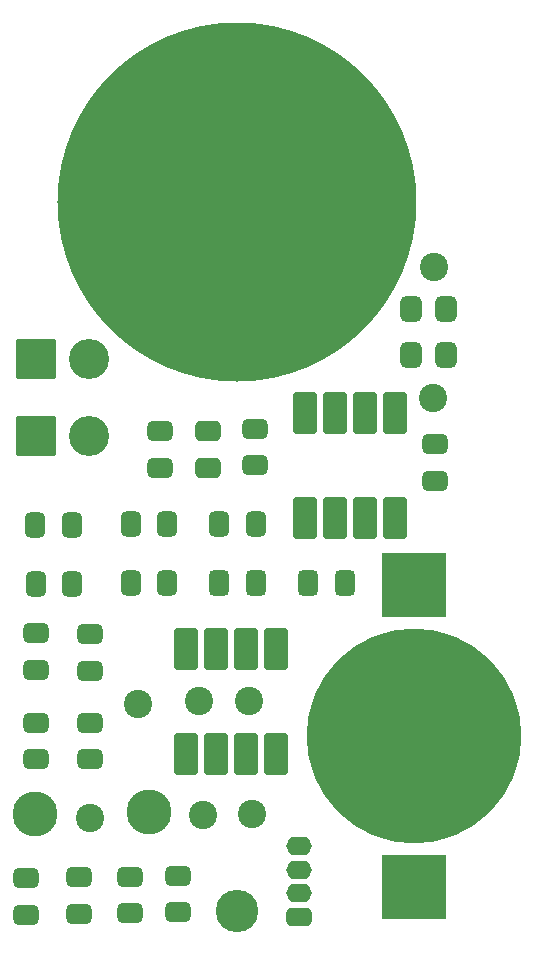
<source format=gbr>
G04 #@! TF.GenerationSoftware,KiCad,Pcbnew,7.0.0-da2b9df05c~163~ubuntu22.04.1*
G04 #@! TF.CreationDate,2023-03-30T16:17:32+09:00*
G04 #@! TF.ProjectId,staticdetector,73746174-6963-4646-9574-6563746f722e,rev?*
G04 #@! TF.SameCoordinates,Original*
G04 #@! TF.FileFunction,Soldermask,Top*
G04 #@! TF.FilePolarity,Negative*
%FSLAX46Y46*%
G04 Gerber Fmt 4.6, Leading zero omitted, Abs format (unit mm)*
G04 Created by KiCad (PCBNEW 7.0.0-da2b9df05c~163~ubuntu22.04.1) date 2023-03-30 16:17:32*
%MOMM*%
%LPD*%
G01*
G04 APERTURE LIST*
G04 Aperture macros list*
%AMRoundRect*
0 Rectangle with rounded corners*
0 $1 Rounding radius*
0 $2 $3 $4 $5 $6 $7 $8 $9 X,Y pos of 4 corners*
0 Add a 4 corners polygon primitive as box body*
4,1,4,$2,$3,$4,$5,$6,$7,$8,$9,$2,$3,0*
0 Add four circle primitives for the rounded corners*
1,1,$1+$1,$2,$3*
1,1,$1+$1,$4,$5*
1,1,$1+$1,$6,$7*
1,1,$1+$1,$8,$9*
0 Add four rect primitives between the rounded corners*
20,1,$1+$1,$2,$3,$4,$5,0*
20,1,$1+$1,$4,$5,$6,$7,0*
20,1,$1+$1,$6,$7,$8,$9,0*
20,1,$1+$1,$8,$9,$2,$3,0*%
G04 Aperture macros list end*
%ADD10RoundRect,0.450000X0.625000X-0.400000X0.625000X0.400000X-0.625000X0.400000X-0.625000X-0.400000X0*%
%ADD11RoundRect,0.450001X-0.462499X-0.624999X0.462499X-0.624999X0.462499X0.624999X-0.462499X0.624999X0*%
%ADD12C,3.800000*%
%ADD13RoundRect,0.450000X0.412500X0.650000X-0.412500X0.650000X-0.412500X-0.650000X0.412500X-0.650000X0*%
%ADD14RoundRect,0.450000X-0.412500X-0.650000X0.412500X-0.650000X0.412500X0.650000X-0.412500X0.650000X0*%
%ADD15RoundRect,0.450000X-0.400000X-0.625000X0.400000X-0.625000X0.400000X0.625000X-0.400000X0.625000X0*%
%ADD16C,30.400000*%
%ADD17RoundRect,0.200000X-0.800000X1.550000X-0.800000X-1.550000X0.800000X-1.550000X0.800000X1.550000X0*%
%ADD18C,2.400000*%
%ADD19RoundRect,0.450000X-0.625000X0.400000X-0.625000X-0.400000X0.625000X-0.400000X0.625000X0.400000X0*%
%ADD20RoundRect,0.200000X-2.550000X2.550000X-2.550000X-2.550000X2.550000X-2.550000X2.550000X2.550000X0*%
%ADD21C,18.200000*%
%ADD22RoundRect,0.450000X-0.650000X0.412500X-0.650000X-0.412500X0.650000X-0.412500X0.650000X0.412500X0*%
%ADD23C,3.400000*%
%ADD24RoundRect,0.200000X-1.500000X-1.500000X1.500000X-1.500000X1.500000X1.500000X-1.500000X1.500000X0*%
%ADD25RoundRect,0.450000X0.400000X0.625000X-0.400000X0.625000X-0.400000X-0.625000X0.400000X-0.625000X0*%
%ADD26C,3.600000*%
%ADD27O,2.150000X1.600000*%
%ADD28RoundRect,0.450000X0.625000X-0.350000X0.625000X0.350000X-0.625000X0.350000X-0.625000X-0.350000X0*%
G04 APERTURE END LIST*
D10*
X125000000Y-117600000D03*
X125000000Y-114500000D03*
D11*
X144712500Y-70400000D03*
X147687500Y-70400000D03*
D12*
X112900000Y-109300000D03*
D13*
X139125000Y-89750000D03*
X136000000Y-89750000D03*
D12*
X122500000Y-109100000D03*
D14*
X128500000Y-89750000D03*
X131625000Y-89750000D03*
D15*
X121000000Y-84750000D03*
X124100000Y-84750000D03*
D16*
X130000000Y-57500000D03*
D10*
X117500000Y-97150000D03*
X117500000Y-94050000D03*
X146750000Y-81100000D03*
X146750000Y-78000000D03*
X112100000Y-117800000D03*
X112100000Y-114700000D03*
D17*
X133310000Y-95305000D03*
X130770000Y-95305000D03*
X128230000Y-95305000D03*
X125690000Y-95305000D03*
X125690000Y-104195000D03*
X128230000Y-104195000D03*
X130770000Y-104195000D03*
X133310000Y-104195000D03*
D18*
X126750000Y-99750000D03*
D19*
X113000000Y-101550000D03*
X113000000Y-104650000D03*
D10*
X117500000Y-104650000D03*
X117500000Y-101550000D03*
D19*
X131500000Y-76650000D03*
X131500000Y-79750000D03*
D18*
X121600000Y-100000000D03*
X131000000Y-99750000D03*
X146600000Y-74100000D03*
X146650000Y-62950000D03*
D17*
X143370000Y-75360000D03*
X140830000Y-75360000D03*
X138290000Y-75360000D03*
X135750000Y-75360000D03*
X135750000Y-84250000D03*
X138290000Y-84250000D03*
X140830000Y-84250000D03*
X143370000Y-84250000D03*
D19*
X123500000Y-76900000D03*
X123500000Y-80000000D03*
D20*
X145000000Y-89900000D03*
X145000000Y-115500000D03*
D21*
X145000000Y-102700000D03*
D18*
X131300000Y-109300000D03*
D22*
X127500000Y-76875000D03*
X127500000Y-80000000D03*
D23*
X117450000Y-70750000D03*
X117450000Y-77250000D03*
D24*
X112950000Y-70750000D03*
X112950000Y-77250000D03*
D18*
X117500000Y-109600000D03*
D25*
X128500000Y-84750000D03*
X131600000Y-84750000D03*
D18*
X127100000Y-109400000D03*
D25*
X124100000Y-89750000D03*
X121000000Y-89750000D03*
D26*
X130000000Y-117500000D03*
D10*
X116600000Y-114650000D03*
X116600000Y-117750000D03*
D15*
X112900000Y-84800000D03*
X116000000Y-84800000D03*
D11*
X144712500Y-66500000D03*
X147687500Y-66500000D03*
D25*
X116050000Y-89800000D03*
X112950000Y-89800000D03*
D19*
X120900000Y-114600000D03*
X120900000Y-117700000D03*
D27*
X135249999Y-111999999D03*
X135249999Y-113999999D03*
X135249999Y-115999999D03*
D28*
X135250000Y-118000000D03*
D19*
X113000000Y-94000000D03*
X113000000Y-97100000D03*
M02*

</source>
